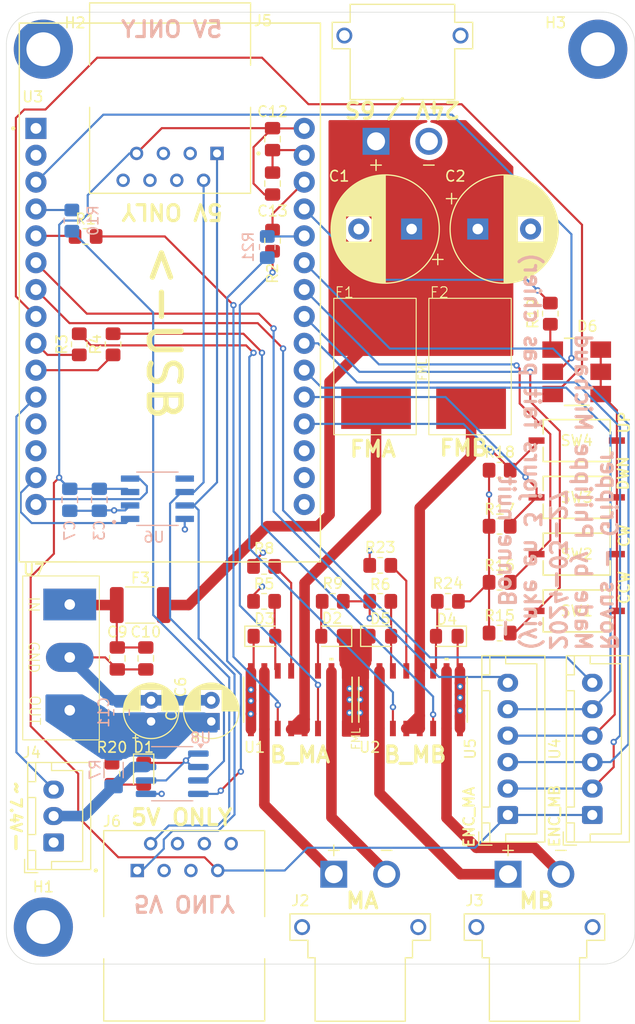
<source format=kicad_pcb>
(kicad_pcb (version 20240108) (generator "pcbnew") (generator_version "8.0")
  (layers (0 "F.Cu" mixed) (1 "In1.Cu" signal) (2 "In2.Cu" signal) (31 "B.Cu" mixed) (34 "B.Paste" user) (35 "F.Paste" user) (36 "B.SilkS" user "B.Silkscreen") (37 "F.SilkS" user "F.Silkscreen") (38 "B.Mask" user) (39 "F.Mask" user) (44 "Edge.Cuts" user))
  (net 0 "")
  (net 1 "GND")
  (net 2 "+24V")
  (net 3 "+5V")
  (net 4 "MA+")
  (net 5 "MB+")
  (net 6 "Net-(U7-V_{IN})")
  (net 7 "+7.4V")
  (net 8 "MA-")
  (net 9 "MB-")
  (net 10 "SERVO_PWM")
  (net 11 "CANH")
  (net 12 "CANL")
  (net 13 "LED_B")
  (net 14 "Net-(LED1-Pad1)")
  (net 15 "LED_G")
  (net 16 "MA_S1")
  (net 17 "Net-(U1-INA)")
  (net 18 "MA_S2")
  (net 19 "Net-(U1-INB)")
  (net 20 "MB_S1")
  (net 21 "Net-(U2-INA)")
  (net 22 "MB_S2")
  (net 23 "Net-(U2-INB)")
  (net 24 "Net-(U1-CS)")
  (net 25 "Net-(U2-CS)")
  (net 26 "Net-(D2-A)")
  (net 27 "PB_POIGNET_FWD")
  (net 28 "PB_POIGNET_REV")
  (net 29 "PB_ROT_FWD")
  (net 30 "PB_ROT_REV")
  (net 31 "LED_R")
  (net 32 "RXC")
  (net 34 "SCK")
  (net 36 "MISO")
  (net 38 "CS_Rotation")
  (net 39 "MOSI")
  (net 40 "CS_Poignet")
  (net 41 "TXC")
  (net 45 "Net-(D1-A)")
  (net 46 "Net-(D3-A)")
  (net 47 "Net-(D4-A)")
  (net 48 "Net-(D5-A)")
  (net 49 "MA_24V")
  (net 50 "MB_24V")
  (net 51 "+3.3V")
  (net 52 "Net-(U3-D2)")
  (net 53 "SDA")
  (net 54 "Net-(U3-D14)")
  (net 55 "SCL")
  (net 56 "SERVO_POW")
  (footprint "Resistor_SMD:R_0805_2012Metric_Pad1.20x1.40mm_HandSolder" (layer "F.Cu") (at 24.5 37.2)
    (property "Reference" "R1")
    (property "Value" "1K" (hide yes))
  )
  (footprint "Capacitor_SMD:C_0805_2012Metric_Pad1.18x1.45mm_HandSolder" (layer "F.Cu") (at 42.2 28 -90)
    (property "Reference" "C12")
    (property "Value" "100nF" (hide yes))
  )
  (footprint "VNH5200ASTR_E:SO_200AS-E_STM" (layer "F.Cu") (at 55.5 81 90)
    (property "Reference" "U2")
    (property "Value" "VNH5200ASTR-E" (hide yes))
  )
  (footprint "Resistor_SMD:R_0805_2012Metric_Pad1.20x1.40mm_HandSolder" (layer "F.Cu") (at 63.7 64.6 180)
    (property "Reference" "R17")
    (property "Value" "3.3K" (hide yes))
  )
  (footprint "TS09_63_25_WT_160_SMT_TR:SW_TS09-63-25_CUD" (layer "F.Cu") (at 71 56.5 180)
    (property "Reference" "SW4")
    (property "Value" "TS09-63-25-WT-160-SMT-TR" (hide yes))
  )
  (footprint "TS09_63_25_WT_160_SMT_TR:SW_TS09-63-25_CUD" (layer "F.Cu") (at 71 61.8688 180)
    (property "Reference" "SW3")
    (property "Value" "TS09-63-25-WT-160-SMT-TR" (hide yes))
  )
  (footprint "Connector_JST:JST_XH_B6B-XH-A_1x06_P2.50mm_Vertical" (layer "F.Cu") (at 72.475 91.9 90)
    (property "Reference" "U4")
    (property "Value" "~" (hide yes))
  )
  (footprint "Resistor_SMD:R_0805_2012Metric_Pad1.20x1.40mm_HandSolder" (layer "F.Cu") (at 41.4 71.7 180)
    (property "Reference" "R8")
    (property "Value" "3.3K" (hide yes))
  )
  (footprint "Custom:REG_7.4V" (layer "F.Cu") (at 23 77 -90)
    (property "Reference" "U7")
    (property "Value" "~" (hide yes))
  )
  (footprint "Resistor_SMD:R_0805_2012Metric_Pad1.20x1.40mm_HandSolder" (layer "F.Cu") (at 27.1 47.4 90)
    (property "Reference" "R4")
    (property "Value" "1K" (hide yes))
  )
  (footprint "Resistor_SMD:R_0805_2012Metric_Pad1.20x1.40mm_HandSolder" (layer "F.Cu") (at 68.5 44.5 90)
    (property "Reference" "R19")
    (property "Value" "68" (hide yes))
  )
  (footprint "ESP32-DEVKIT-V1:MODULE_ESP32_DEVKIT_V1" (layer "F.Cu") (at 32.5 42.5)
    (property "Reference" "U3")
    (property "Value" "~" (hide yes))
  )
  (footprint "XT30PW-F:AMASS_XT30PW-F" (layer "F.Cu") (at 50.5 102.5 180)
    (property "Reference" "J2")
    (property "Value" "XT30PW-F" (hide yes))
  )
  (footprint "MountingHole:MountingHole_3.2mm_M3_DIN965_Pad_TopBottom" (layer "F.Cu") (at 20.5 102.5)
    (property "Reference" "H1")
    (property "Value" "MountingHole_Pad" (hide yes))
  )
  (footprint "LED_SMD:LED_0805_2012Metric_Pad1.15x1.40mm_HandSolder" (layer "F.Cu") (at 47.835 75 180)
    (property "Reference" "D2")
    (property "Value" "R" (hide yes))
  )
  (footprint "54601-908WPLF:AMPHENOL_54601-908WPLF" (layer "F.Cu") (at 33.8375 103.5)
    (property "Reference" "J6")
    (property "Value" "RJ45" (hide yes))
  )
  (footprint "LED_SMD:LED_0805_2012Metric_Pad1.15x1.40mm_HandSolder" (layer "F.Cu") (at 30 88 -90)
    (property "Reference" "D1")
    (property "Value" "LED GREEN" (hide yes))
  )
  (footprint "Resistor_SMD:R_0805_2012Metric_Pad1.20x1.40mm_HandSolder" (layer "F.Cu") (at 52.4 71.7 180)
    (property "Reference" "R6")
    (property "Value" "3.3K" (hide yes))
  )
  (footprint "Resistor_SMD:R_0805_2012Metric_Pad1.20x1.40mm_HandSolder" (layer "F.Cu") (at 63.7 59.3 180)
    (property "Reference" "R18")
    (property "Value" "3.3K" (hide yes))
  )
  (footprint "MountingHole:MountingHole_3.2mm_M3_DIN965_Pad_TopBottom" (layer "F.Cu") (at 73 19.5)
    (property "Reference" "H3")
    (property "Value" "MountingHole_Pad" (hide yes))
  )
  (footprint "Capacitor_SMD:C_0805_2012Metric_Pad1.18x1.45mm_HandSolder" (layer "F.Cu") (at 30.2 77.1 -90)
    (property "Reference" "C10")
    (property "Value" "10uF" (hide yes))
  )
  (footprint "LED_SMD:LED_0805_2012Metric_Pad1.15x1.40mm_HandSolder" (layer "F.Cu") (at 52.4 75)
    (property "Reference" "D5")
    (property "Value" "R" (hide yes))
  )
  (footprint "Resistor_SMD:R_0805_2012Metric_Pad1.20x1.40mm_HandSolder" (layer "F.Cu") (at 47.9 71.7 180)
    (property "Reference" "R9")
    (property "Value" "3.3K" (hide yes))
  )
  (footprint "Capacitor_THT:CP_Radial_D10.0mm_P5.00mm" (layer "F.Cu") (at 55.367677 36.5 180)
    (property "Reference" "C1")
    (property "Value" "470uf" (hide yes))
  )
  (footprint "Capacitor_SMD:C_0805_2012Metric_Pad1.18x1.45mm_HandSolder" (layer "F.Cu") (at 27.5 77.1 -90)
    (property "Reference" "C9")
    (property "Value" "100nf" (hide yes))
  )
  (footprint "TS09_63_25_WT_160_SMT_TR:SW_TS09-63-25_CUD" (layer "F.Cu") (at 71 67.2376 180)
    (property "Reference" "SW2")
    (property "Value" "TS09-63-25-WT-160-SMT-TR" (hide yes))
  )
  (footprint "Resistor_SMD:R_0805_2012Metric_Pad1.20x1.40mm_HandSolder" (layer "F.Cu") (at 58.8 71.7 180)
    (property "Reference" "R24")
    (property "Value" "3.3K" (hide yes))
  )
  (footprint "XT30PW-F:AMASS_XT30PW-F" (layer "F.Cu") (at 67 102.5 180)
    (property "Reference" "J3")
    (property "Value" "XT30PW-F" (hide yes))
  )
  (footprint "Resistor_SMD:R_0805_2012Metric_Pad1.20x1.40mm_HandSolder" (layer "F.Cu") (at 23.9 47.4 90)
    (property "Reference" "R3")
    (property "Value" "1K" (hide yes))
  )
  (footprint "Connector_JST:JST_XH_B6B-XH-A_1x06_P2.50mm_Vertical" (layer "F.Cu") (at 64.475 91.9 90)
    (property "Reference" "U5")
    (property "Value" "~" (hide yes))
  )
  (footprint "Capacitor_THT:CP_Radial_D5.0mm_P2.00mm" (layer "F.Cu") (at 36.4 83.055112 90)
    (property "Reference" "C8")
    (property "Value" "100uF" (hide yes))
  )
  (footprint "Resistor_SMD:R_0805_2012Metric_Pad1.20x1.40mm_HandSolder" (layer "F.Cu") (at 27 88 -90)
    (property "Reference" "R20")
    (property "Value" "1K" (hide yes))
  )
  (footprint "Custom:3425L200_60MR" (layer "F.Cu") (at 61 49.5 -90)
    (property "Reference" "F2")
    (property "Value" "4A" (hide yes))
  )
  (footprint "Capacitor_SMD:C_0805_2012Metric_Pad1.18x1.45mm_HandSolder" (layer "F.Cu") (at 42.2 32.2 90)
    (property "Reference" "C13")
    (property "Value" "10uF" (hide yes))
  )
  (footprint "Custom:3425L200_60MR" (layer "F.Cu") (at 52 49.5 -90)
    (property "Reference" "F1")
    (property "Value" "4A" (hide yes))
  )
  (footprint "LED_SMD:LED_0805_2012Metric_Pad1.15x1.40mm_HandSolder" (layer "F.Cu") (at 41.435 75)
    (property "Reference" "D3")
    (property "Value" "R" (hide yes))
  )
  (footprint "LED_SMD:LED_0805_2012Metric_Pad1.15x1.40mm_HandSolder" (layer "F.Cu") (at 58.7 75 180)
    (property "Reference" "D4")
    (property "Value" "R" (hide yes))
  )
  (footprint "CLP6C-FKB-CKNPRGJBB7A363:CLP6C-FKB-CKNPRGJBB7A363_CRE" (layer "F.Cu") (at 71 50)
    (property "Reference" "D6")
    (property "Value" "CLP6C-FKB-CKNPRGJBB7A363" (hide yes))
  )
  (footprint "Connector_JST:JST_XH_B3B-XH-A_1x03_P2.50mm_Vertical" (layer "F.Cu") (at 21.475 94.5 90)
    (property "Reference" "J4")
    (property "Value" "B3B-XH-A_LF__SN_" (hide yes))
  )
  (footprint "TS09_63_25_WT_160_SMT_TR:SW_TS09-63-25_CUD" (layer "F.Cu") (at 71 72.6064 180)
    (property "Reference" "SW1")
    (property "Value" "TS09-63-25-WT-160-SMT-TR" (hide yes))
  )
  (footprint "XT30PW-M:AMASS_XT30PW-M" (layer "F.Cu") (at 54.5 18.20575)
    (property "Reference" "J1")
    (property "Value" "XT30PW-M" (hide yes))
  )
  (footprint "Capacitor_THT:CP_Radial_D10.0mm_P5.00mm" (layer "F.Cu") (at 61.632323 36.5)
    (property "Reference" "C2")
    (property "Value" "470uf" (hide yes))
  )
  (footprint "Capacitor_THT:CP_Radial_D5.0mm_P2.00mm" (layer "F.Cu") (at 30.7 83.055112 90)
    (property "Reference" "C6")
    (property "Value" "100uF" (hide yes))
  )
  (footprint "MountingHole:MountingHole_3.2mm_M3_DIN965_Pad_TopBottom" (layer "F.Cu") (at 20.5 19.5)
    (property "Reference" "H2")
    (property "Value" "MountingHole_Pad" (hide yes))
  )
  (footprint "Resistor_SMD:R_0805_2012Metric_Pad1.20x1.40mm_HandSolder" (layer "F.Cu") (at 63.7 74.7)
    (property "Reference" "R15")
    (property "Value" "3.3K" (hide yes))
  )
  (footprint "VNH5200ASTR_E:SO_200AS-E_STM" (layer "F.Cu") (at 44.6 81 90)
    (property "Reference" "U1")
    (property "Value" "VNH5200ASTR-E" (hide yes))
  )
  (footprint "Resistor_SMD:R_0805_2012Metric_Pad1.20x1.40mm_HandSolder" (layer "F.Cu") (at 52.4 68.3 180)
    (property "Reference" "R23")
    (property "Value" "1K" (hide yes))
  )
  (footprint "54601-908WPLF:AMPHENOL_54601-908WPLF" (layer "F.Cu") (at 32.5 23 180)
    (property "Reference" "J5")
    (property "Value" "RJ45" (hide yes))
  )
  (footprint "Resistor_SMD:R_0805_2012Metric_Pad1.20x1.40mm_HandSolder" (layer "F.Cu") (at 63.7 69.9 180)
    (property "Reference" "R16")
    (property "Value" "3.3K" (hide yes))
  )
  (footprint "Resistor_SMD:R_0805_2012Metric_Pad1.20x1.40mm_HandSolder" (layer "F.Cu") (at 42.2 37.6 -90)
    (property "Reference" "R2")
    (property "Value" "1K" (hide yes))
  )
  (footprint "Resistor_SMD:R_0805_2012Metric_Pad1.20x1.40mm_HandSolder" (layer "F.Cu") (at 41.4 68.4 180)
    (property "Reference" "R5")
    (property "Value" "1K" (hide yes))
  )
  (footprint "Fuse:Fuse_1812_4532Metric_Pad1.30x3.40mm_HandSolder" (layer "F.Cu") (at 29.675 72.05 180)
    (property "Reference" "F3")
    (property "Value" "1.5A" (hide yes))
  )
  (footprint "TJA1050T_CM_118:SOIC127P600X175-8N" (layer "B.Cu") (at 31.3 62)
    (property "Reference" "U6")
    (property "Value" "TJA1050T_CM_118" (hide yes))
  )
  (footprint "Resistor_SMD:R_0805_2012Metric_Pad1.20x1.40mm_HandSolder" (layer "B.Cu") (at 23.2 35.7 90)
    (property "Reference" "R10")
    (property "Value" "0" (hide yes))
  )
  (footprint "Resistor_SMD:R_0805_2012Metric_Pad1.20x1.40mm_HandSolder" (layer "B.Cu") (at 41.7 38.2 90)
    (property "Reference" "R21")
    (property "Value" "0" (hide yes))
  )
  (footprint "Resistor_SMD:R_1206_3216Metric_Pad1.30x1.75mm_HandSolder" (layer "B.Cu") (at 27.15 87.65 90)
    (property "Reference" "R7")
    (property "Value" "0.010" (hide yes))
  )
  (footprint "Capacitor_SMD:C_0805_2012Metric_Pad1.18x1.45mm_HandSolder" (layer "B.Cu") (at 27.9 82.2 -90)
    (property "Reference" "C11")
    (property "Value" "100nF" (hide yes))
  )
  (footprint "Capacitor_SMD:C_0805_2012Metric_Pad1.18x1.45mm_HandSolder" (layer "B.Cu") (at 25.8 62.1 -90)
    (property "Reference" "C3")
    (property "Value" "100nf" (hide yes))
  )
  (footprint "Capacitor_SMD:C_0805_2012Metric_Pad1.18x1.45mm_HandSolder" (layer "B.Cu") (at 23 62.1 -90)
    (property "Reference" "C7")
    (property "Value" "10uF" (hide yes))
  )
  (footprint "Package_SO:SOIC-8_3.9x4.9mm_P1.27mm" (layer "B.Cu") (at 32.7 88 180)
    (property "Reference" "U8")
    (property "Value" "INA219AxD" (hide yes))
  )
  (gr_arc (start 20 106) (mid 17.87868 105.12132) (end 17 103) (stroke (width 0.05)) (layer "Edge.Cuts"))
  (gr_line (start 17 19) (end 17 103) (stroke (width 0.05)) (layer "Edge.Cuts"))
  (gr_line (start 20 106) (end 73.5 106) (stroke (width 0.05)) (layer "Edge.Cuts"))
  (gr_arc (start 17 19) (mid 17.87868 16.87868) (end 20 16) (stroke (width 0.05)) (layer "Edge.Cuts"))
  (gr_arc (start 73.5 16) (mid 75.62132 16.87868) (end 76.5 19) (stroke (width 0.05)) (layer "Edge.Cuts"))
  (gr_line (start 76.5 103) (end 76.5 19) (stroke (width 0.05)) (layer "Edge.Cuts"))
  (gr_line (start 73.5 16) (end 20 16) (stroke (width 0.05)) (layer "Edge.Cuts"))
  (gr_arc (start 76.5 103) (mid 75.62132 105.12132) (end 73.5 106) (stroke (width 0.05)) (layer "Edge.Cuts"))
  (gr_text "Rovus - Gripper\nMade by Philippe Michaud\n2024-03-27\n(yinke en 3 jours fait pas chier)\n - Bonne nuit" (at 69.2 76.5 270) (layer "B.SilkS") (effects (font (size 1.5 1.5) (thickness 0.3) (bold yes)) (justify left mirror)))
  (gr_text "5V ONLY" (at 28.9 99.4 180) (layer "B.SilkS") (effects (font (size 1.5 1.5) (thickness 0.3) (bold yes)) (justify left bottom mirror)))
  (gr_text "5V ONLY" (at 37.6 18.5 0) (layer "B.SilkS") (effects (font (size 1.5 1.5) (thickness 0.3) (bold yes)) (justify left bottom mirror)))
  (gr_text "FML" (at 56.4 49.8 90) (layer "F.SilkS") (effects (font (size 0.8 0.75) (thickness 0.1) (bold yes))))
  (gr_text "CCW" (at 75.5 70.4 90) (layer "F.SilkS") (effects (font (size 1 1) (thickness 0.1875) (bold yes))))
  (gr_text "CW" (at 75.5 65.5 90) (layer "F.SilkS") (effects (font (size 1 1) (thickness 0.1875) (bold yes))))
  (gr_text "DWN" (at 75.4 59.6 90) (layer "F.SilkS") (effects (font (size 1 1) (thickness 0.1875) (bold yes))))
  (gr_text "<-USB " (at 31.9 47.4 270) (layer "F.SilkS") (effects (font (size 3 3) (thickness 0.5) (bold yes))))
  (gr_text "5V ONLY" (at 32.7 34 180) (layer "F.SilkS") (effects (font (size 1.5 1.5) (thickness 0.3) (bold yes)) (justify bottom)))
  (gr_text "24V / 6S" (at 54.5 25.2 180) (layer "F.SilkS") (effects (font (size 1.5 1.5) (thickness 0.3) (bold yes))))
  (gr_text "MA" (at 50.7 100 0) (layer "F.SilkS") (effects (font (size 1.5 1.5) (thickness 0.3) (bold yes))))
  (gr_text "-" (at 17.8 94.5 90) (layer "F.SilkS") (effects (font (size 1.5 1.5) (thickness 0.3) (bold yes))))
  (gr_text "MB\n" (at 67.2 100 0) (layer "F.SilkS") (effects (font (size 1.5 1.5) (thickness 0.3) (bold yes))))
  (gr_text "ENC_MA" (at 60.8 92.1 90) (layer "F.SilkS") (effects (font (size 1 1) (thickness 0.1875) (bold yes))))
  (gr_text "UP" (at 75.5 54.8 90) (layer "F.SilkS") (effects (font (size 1 1) (thickness 0.1875) (bold yes))))
  (gr_text "ENC_MB" (at 68.9 92 90) (layer "F.SilkS") (effects (font (size 1 1) (thickness 0.1875) (bold yes))))
  (gr_text "FMA" (at 51.7 57.3 0) (layer "F.SilkS") (effects (font (size 1.5 1.5) (thickness 0.3) (bold yes))))
  (gr_text "7.4V" (at 17.9 91.9 270) (layer "F.SilkS") (effects (font (size 1 1) (thickness 0.25) (bold yes))))
  (gr_text "5V ONLY" (at 33.6 93 0) (layer "F.SilkS") (effects (font (size 1.5 1.5) (thickness 0.3) (bold yes)) (justify bottom)))
  (gr_text "B_MA" (at 44.8 86.2 0) (layer "F.SilkS") (effects (font (size 1.5 1.5) (thickness 0.3) (bold yes))))
  (gr_text "B_MB" (at 55.7 86.2 0) (layer "F.SilkS") (effects (font (size 1.5 1.5) (thickness 0.3) (bold yes))))
  (gr_text "FML" (at 50.1 84.7 90) (layer "F.SilkS") (effects (font (size 0.8 0.75) (thickness 0.1) (bold yes))))
  (gr_text "FMB" (at 60.3 57.2 0) (layer "F.SilkS") (effects (font (size 1.5 1.5) (thickness 0.3) (bold yes))))
  (gr_text "~" (at 17.9 89.3 90) (layer "F.SilkS") (effects (font (size 1.5 1.5) (thickness 0.3) (bold yes))))
  (segment (start 59.95 82.55) (end 59.945 82.545) (width 1) (layer "F.Cu") (net 1))
  (segment (start 73.2733 52.099998) (end 73.2733 50) (width 0.2) (layer "F.Cu") (net 1))
  (segment (start 42.2 29.0375) (end 44.7125 29.0375) (width 0.2) (layer "F.Cu") (net 1))
  (segment (start 59.945 80.495) (end 59.945 79.455) (width 1) (layer "F.Cu") (net 1))
  (segment (start 40.152798 81.107795) (end 40.155 81.109997) (width 1) (layer "F.Cu") (net 1))
  (segment (start 59.945 81.555) (end 59.95 81.55) (width 1) (layer "F.Cu") (net 1))
  (segment (start 59.945 81.7) (end 59.945 81.555) (width 1) (layer "F.Cu") (net 1))
  (segment (start 40.4 68) (end 41.3 67.1) (width 0.2) (layer "F.Cu") (net 1))
  (segment (start 33.775 86.975) (end 34 86.75) (width 0.2) (layer "F.Cu") (net 1))
  (segment (start 49.045 78.27585) (end 49.045 78.35) (width 0.2) (layer "F.Cu") (net 1))
  (segment (start 74.80365 53.630348) (end 73.2733 52.099998) (width 0.2) (layer "F.Cu") (net 1))
  (segment (start 30.2 78.1375) (end 27.5 78.1375) (width 0.2) (layer "F.Cu") (net 1))
  (segment (start 59.95 79.45) (end 59.945 79.445) (width 1) (layer "F.Cu") (net 1))
  (segment (start 40.4 68.4) (end 40.4 68) (width 0.2) (layer "F.Cu") (net 1))
  (segment (start 74.6 72.81005) (end 74.80365 72.6064) (width 0.2) (layer "F.Cu") (net 1))
  (segment (start 40.155 81) (end 40.155 81.105593) (width 1) (layer "F.Cu") (net 1))
  (segment (start 72.475 84.4) (end 72.6 84.4) (width 0.2) (layer "F.Cu") (net 1))
  (segment (start 40.155 80.058876) (end 40.152798 80.061078) (width 1) (layer "F.Cu") (net 1))
  (segment (start 40.41 75) (end 40.41 78.095) (width 0.2) (layer "F.Cu") (net 1))
  (segment (start 59.945 80.495) (end 59.945 81.545) (width 1) (layer "F.Cu") (net 1))
  (segment (start 59.945 79.395) (end 59.945 78.27585) (width 1) (layer "F.Cu") (net 1))
  (segment (start 44.7125 29.0375) (end 45.2 29.525) (width 0.2) (layer "F.Cu") (net 1))
  (segment (start 40.155 80.06328) (end 40.155 81) (width 1) (layer "F.Cu") (net 1))
  (segment (start 59.725 75) (end 59.725 78.05585) (width 0.2) (layer "F.Cu") (net 1))
  (segment (start 72.6 84.4) (end 74.6 82.4) (width 0.2) (layer "F.Cu") (net 1))
  (segment (start 40.155 82.327933) (end 40.138748 82.344185) (width 1) (layer "F.Cu") (net 1))
  (segment (start 59.945 82.745) (end 59.945 82.555) (width 1) (layer "F.Cu") (net 1))
  (segment (start 40.155 82.360437) (end 40.155 83.7983) (width 1) (layer "F.Cu") (net 1))
  (segment (start 59.945 79.445) (end 59.945 79.395) (width 1) (layer "F.Cu") (net 1))
  (segment (start 73.2733 50) (end 73.2733 47.899999) (width 0.2) (layer "F.Cu") (net 1))
  (segment (start 59.725 78.05585) (end 59.945 78.27585) (width 0.2) (layer "F.Cu") (net 1))
  (segment (start 40.155 81.105593) (end 40.152798 81.107795) (width 1) (layer "F.Cu") (net 1))
  (segment (start 48.86 78.09085) (end 49.045 78.27585) (width 0.2) (layer "F.Cu") (net 1))
  (segment (start 74.80365 61.8688) (end 74.80365 56.5) (width 0.2) (layer "F.Cu") (net 1))
  (segment (start 59.945 82.745) (end 59.945 83.72415) (width 1) (layer "F.Cu") (net 1))
  (segment (start 23 77) (end 26.3625 77) (width 0.2) (layer "F.Cu") (net 1))
  (segment (start 40.155 81.109997) (end 40.155 82.327933) (width 1) (layer "F.Cu") (net 1))
  (segment (start 42.2 31.1625) (end 42.2 29.0375) (width 0.2) (layer "F.Cu") (net 1))
  (segment (start 59.945 82.545) (end 59.945 81.7) (width 1) (layer "F.Cu") (net 1))
  (segment (start 59.945 79.455) (end 59.95 79.45) (width 1) (layer "F.Cu") (net 1))
  (segment (start 74.6 82.4) (end 74.6 72.81005) (width 0.2) (layer "F.Cu") (net 1))
  (segment (start 30 86.975) (end 33.775 86.975) (width 0.2) (layer "F.Cu") (net 1))
  (segment (start 40.152798 80.061078) (end 40.155 80.06328) (width 1) (layer "F.Cu") (net 1))
  (segment (start 74.80365 67.2376) (end 74.80365 61.8688) (width 0.2) (layer "F.Cu") (net 1))
  (segment (start 74.80365 56.5) (end 74.80365 53.630348) (width 0.2) (layer "F.Cu") (net 1))
  (segment (start 26.3625 77) (end 27.5 78.1375) (width 0.2) (layer "F.Cu") (net 1))
  (segment (start 59.945 81.545) (end 59.95 81.55) (width 1) (layer "F.Cu") (net 1))
  (segment (start 51.4 68.3) (end 51.4 66.9) (width 0.2) (layer "F.Cu") (net 1))
  (segment (start 74.80365 72.6064) (end 74.80365 67.2376) (width 0.2) (layer "F.Cu") (net 1))
  (segment (start 40.155 78.35) (end 40.155 80.058876) (width 1) (layer "F.Cu") (net 1))
  (segment (start 40.41 78.095) (end 40.155 78.35) (width 0.2) (layer "F.Cu") (net 1))
  (segment (start 59.945 82.555) (end 59.95 82.55) (width 1) (layer "F.Cu") (net 1))
  (segment (start 40.138748 82.344185) (end 40.155 82.360437) (width 1) (layer "F.Cu") (net 1))
  (via (at 49.5 81) (size 0.6) (drill 0.3) (layers "F.Cu" "B.Cu") (net 1))
  (via (at 59.944646 82.03864) (size 0.6) (drill 0.3) (layers "F.Cu" "B.Cu") (net 1))
  (via (at 50.5 79.953283) (size 0.6) (drill 0.3) (layers "F.Cu" "B.Cu") (net 1))
  (via (at 49.5 79.953283) (size 0.6) (drill 0.3) (layers "F.Cu" "B.Cu") (net 1))
  (via (at 34 86.75) (size 0.6) (drill 0.3) (layers "F.Cu" "B.Cu") (net 1))
  (via (at 49.48595 82.23639) (size 0.6) (drill 0.3) (layers "F.Cu" "B.Cu") (net 1))
  (via (at 50.48595 82.23639) (size 0.6) (drill 0.3) (layers "F.Cu" "B.Cu") (net 1))
  (via (at 40.152798 80.061078) (size 0.6) (drill 0.3) (layers "F.Cu" "B.Cu") (net 1))
  (via (at 50.5 81) (size 0.6) (drill 0.3) (layers "F.Cu" "B.Cu") (net 1))
  (via (at 33.9 64.9) (size 0.6) (drill 0.3) (layers "F.Cu" "B.Cu") (net 1))
  (via (at 40.138748 82.344185) (size 0.6) (drill 0.3) (layers "F.Cu" "B.Cu") (net 1))
  (via (at 59.958696 80.80225) (size 0.6) (drill 0.3) (layers "F.Cu" "B.Cu") (net 1))
  (via (at 27.2 63.1) (size 0.6) (drill 0.3) (layers "F.Cu" "B.Cu") (net 1))
  (via (at 40.152798 81.107795) (size 0.6) (drill 0.3) (layers "F.Cu" "B.Cu") (net 1))
  (via (at 41.3 67.1) (size 0.6) (drill 0.3) (layers "F.Cu" "B.Cu") (net 1))
  (via (at 51.4 66.9) (size 0.6) (drill 0.3) (layers "F.Cu" "B.Cu") (net 1))
  (via (at 59.958696 79.755533) (size 0.6) (drill 0.3) (layers "F.Cu" "B.Cu") (net 1))
  (segment (start 64.475 84.4) (end 72.475 84.4) (width 0.2) (layer "B.Cu") (net 1))
  (segment (start 36.4 81.055112) (end 27.055112 81.055112) (width 1) (layer "B.Cu") (net 1))
  (segment (start 33.885 63.905) (end 33.885 64.885) (width 0.2) (layer "B.Cu") (net 1))
  (segment (start 34.615 87.365) (end 34 86.75) (width 0.2) (layer "B.Cu") (net 1))
  (segment (start 32.115 88.635) (end 34 86.75) (width 0.2) (layer "B.Cu") (net 1))
  (segment (start 23 63.1375) (end 25.8 63.1375) (width 0.2) (layer "B.Cu") (net 1))
  (segment (start 25.8 63.1375) (end 25.8375 63.1) (width 0.2) (layer "B.Cu") (net 1))
  (segment (start 28.25 63.1) (end 28.715 62.635) (width 0.2) (layer "B.Cu") (net 1))
  (segment (start 34.655 86.095) (end 34 86.75) (width 0.2) (layer "B.Cu") (net 1))
  (segment (start 33.885 64.885) (end 33.9 64.9) (width 0.2) (layer "B.Cu") (net 1))
  (segment (start 25.8375 63.1) (end 28.25 63.1) (width 0.2) (layer "B.Cu") (net 1))
  (segment (start 30.225 88.635) (end 32.115 88.635) (width 0.2) (layer "B.Cu") (net 1))
  (segment (start 27.055112 81.055112) (end 23 77) (width 1) (layer "B.Cu") (net 1))
  (segment (start 35.175 86.095) (end 34.655 86.095) (width 0.2) (layer "B.Cu") (net 1))
  (segment (start 35.175 87.365) (end 34.615 87.365) (width 0.2) (layer "B.Cu") (net 1))
  (segment (start 47.6 50.95) (end 47.6 63.5) (width 1) (layer "F.Cu") (net 2))
  (segment (start 41.7 64.6) (end 34.25 72.05) (width 1) (layer "F.Cu") (net 2))
  (segment (start 52 46.55) (end 47.6 50.95) (width 1) (layer "F.Cu") (net 2))
  (segment (start 34.25 72.05) (end 31.9 72.05) (width 1) (layer "F.Cu") (net 2))
  (segment (start 46.5 64.6) (end 41.7 64.6) (width 1) (layer "F.Cu") (net 2))
  (segment (start 47.6 63.5) (end 46.5 64.6) (width 1) (layer "F.Cu") (net 2))
  (segment (start 52 45.6) (end 52 46.55) (width 1) (layer "F.Cu") (net 2))
  (segment (start 31.7125 26.9625) (end 29.325 29.35) (width 0.2) (layer "F.Cu") (net 3))
  (segment (start 41.4375 33.2375) (end 40.4 32.2) (width 0.2) (layer "F.Cu") (net 3))
  (segment (start 19.3 83.5) (end 23.8 88) (width 0.2) (layer "F.Cu") (net 3))
  (segment (start 21.5 67.2) (end 19.3 69.4) (width 0.2) (layer "F.Cu") (net 3))
  (segment (start 21.5 60.5) (end 21.5 67.2) (width 0.2) (layer "F.Cu") (net 3))
  (segment (start 40.4 28.7625) (end 42.2 26.9625) (width 0.2) (layer "F.Cu") (net 3))
  (segment (start 35.7625 95.9) (end 37.0125 97.15) (width 0.2) (layer "F.Cu") (net 3))
  (segment (start 40.4 32.2) (end 40.4 28.7625) (width 0.2) (layer "F.Cu") (net 3))
  (segment (start 27.6 95.9) (end 35.7625 95.9) (width 0.2) (layer "F.Cu") (net 3))
  (segment (start 22 60) (end 21.5 60.5) (width 0.2) (layer "F.Cu") (net 3))
  (segment (start 42.2 26.9625) (end 31.7125 26.9625) (width 0.2) (layer "F.Cu") (net 3))
  (segment (start 42.2 33.2375) (end 41.4375 33.2375) (width 0.2) (layer "F.Cu") (net 3))
  (segment (start 23.8 92.1) (end 27.6 95.9) (width 0.2) (layer "F.Cu") (net 3))
  (segment (start 19.3 69.4) (end 19.3 83.5) (width 0.2) (layer "F.Cu") (net 3))
  (segment (start 45.2 26.985) (end 42.2225 26.985) (width 0.2) (layer "F.Cu") (net 3))
  (segment (start 23.8 88) (end 23.8 92.1) (width 0.2) (layer "F.Cu") (net 3))
  (segment (start 42.2225 26.985) (end 42.2 26.9625) (width 0.2) (layer "F.Cu") (net 3))
  (via (at 22 60) (size 0.6) (drill 0.3) (layers "F.Cu" "B.Cu") (net 3))
  (segment (start 28.65 29.35) (end 29.325 29.35) (width 0.2) (layer "B.Cu") (net 3))
  (segment (start 25.8 61.0625) (end 28.4125 61.0625) (width 0.2) (layer "B.Cu") (net 3))
  (segment (start 24.7 35.1) (end 24.7 33.3) (width 0.2) (layer "B.Cu") (net 3))
  (segment (start 43.35 97.15) (end 45.5 95) (width 0.2) (layer "B.Cu") (net 3))
  (segment (start 28.4125 61.0625) (end 28.715 61.365) (width 0.2) (layer "B.Cu") (net 3))
  (segment (start 22 36.1) (end 22.4 35.7) (width 0.2) (layer "B.Cu") (net 3))
  (segment (start 24.1 35.7) (end 24.7 35.1) (width 0.2) (layer "B.Cu") (net 3))
  (segment (start 22 60) (end 22 36.1) (width 0.2) (layer "B.Cu") (net 3))
  (segment (start 23 61.0625) (end 22 60.0625) (width 0.2) (layer "B.Cu") (net 3))
  (segment (start 22.4 35.7) (end 24.1 35.7) (width 0.2) (layer "B.Cu") (net 3))
  (segment (start 23 61.0625) (end 25.8 61.0625) (width 0.2) (layer "B.Cu") (net 3))
  (segment (start 22 60.0625) (end 22 60) (width 0.2) (layer "B.Cu") (net 3))
  (segment (start 37.0125 97.15) (end 43.35 97.15) (width 0.2) (layer "B.Cu") (net 3))
  (segment (start 45.5 95) (end 61.375 95) (width 0.2) (layer "B.Cu") (net 3))
  (segment (start 24.7 33.3) (end 28.65 29.35) (width 0.2) (layer "B.Cu") (net 3))
  (segment (start 61.375 95) (end 64.475 91.9) (width 0.2) (layer "B.Cu") (net 3))
  (segment (start 64.475 91.9) (end 72.475 91.9) (width 0.2) (layer "B.Cu") (net 3))
  (segment (start 41.425 83.7983) (end 41.425 90.925) (width 1) (layer "F.Cu") (net 4))
  (segment (start 41.425 90.925) (end 48 97.5) (width 1) (layer "F.Cu") (net 4))
  (segment (start 41.425 78.35) (end 41.425 83.7983) (width 1) (layer "F.Cu") (net 4))
  (segment (start 48 97.5) (end 48.1625 97.5) (width 1) (layer "F.Cu") (net 4))
  (segment (start 52.325 89.825) (end 60 97.5) (width 1) (layer "F.Cu") (net 5))
  (segment (start 52.325 83.72415) (end 52.325 89.825) (width 1) (layer "F.Cu") (net 5))
  (segment (start 60 97.5) (end 64.5 97.5) (width 1) (layer "F.Cu") (net 5))
  (segment (start 52.325 78.27585) (end 52.325 83.72415) (width 1) (layer "F.Cu") (net 5))
  (segment (start 27.45 72.05) (end 23.05 72.05) (width 1) (layer "F.Cu") (net 6))
  (segment (start 27.45 76.0125) (end 27.45 72.05) (width 0.2) (layer "F.Cu") (net 6))
  (segment (start 27.5 76.0625) (end 27.45 76.0125) (width 0.2) (layer "F.Cu") (net 6))
  (segment (start 23.05 72.05) (end 23 72) (width 1) (layer "F.Cu") (net 6))
  (segment (start 30.2 76.0625) (end 27.5 76.0625) (width 0.2) (layer "F.Cu") (net 6))
  (segment (start 23 82) (end 23 83) (width 0.2) (layer "F.Cu") (net 7))
  (segment (start 23 83) (end 27 87) (width 0.2) (layer "F.Cu") (net 7))
  (segment (start 23 82) (end 23.05 82) (width 1) (layer "B.Cu") (net 7))
  (segment (start 23 82) (end 24.055112 83.055112) (width 1) (layer "B.Cu") (net 7))
  (segment (start 47.775 83.7983) (end 47.775 92.1125) (width 1) (layer "F.Cu") (net 8))
  (segment (start 47.775 92.1125) (end 53.1625 97.5) (width 1) (layer "F.Cu") (net 8))
  (segment (start 47.775 78.35) (end 47.775 83.7983) (width 1) (layer "F.Cu") (net 8))
  (segment (start 61.5 95) (end 67 95) (width 1) (layer "F.Cu") (net 9))
  (segment (start 67 95) (end 69.5 97.5) (width 1) (layer "F.Cu") (net 9))
  (segment (start 58.675 92.175) (end 61.5 95) (width 1) (layer "F.Cu") (net 9))
  (segment (start 58.675 78.27585) (end 58.675 83.72415) (width 1) (layer "F.Cu") (net 9))
  (segment (start 58.675 83.72415) (end 58.675 92.175) (width 1) (layer "F.Cu") (net 9))
  (segment (start 19.8 52.385) (end 17.95 54.235) (width 0.2) (layer "B.Cu") (net 10))
  (segment (start 17.95 85.975) (end 21.475 89.5) (width 0.2) (layer "B.Cu") (net 10))
  (segment (start 17.95 54.235) (end 17.95 85.975) (width 0.2) (layer "B.Cu") (net 10))
  (segment (start 38.6 78.6) (end 38.6 91.865685) (width 0.2) (layer "B.Cu") (net 11))
  (segment (start 32.719093 93.4) (end 31.9 94.219093) (width 0.2) (layer "B.Cu") (net 11))
  (segment (start 31.9 95.1) (end 29.85 97.15) (width 0.2) (layer "B.Cu") (net 11))
  (segment (start 38.6 91.865685) (end 37.065685 93.4) (width 0.2) (layer "B.Cu") (net 11))
  (segment (start 35.2 75.2) (end 38.6 78.6) (width 0.2) (layer "B.Cu") (net 11))
  (segment (start 33.885 62.635) (end 34.759999 62.635) (width 0.2) (layer "B.Cu") (net 11))
  (segment (start 35.2 63.075001) (end 35.2 75.2) (width 0.2) (layer "B.Cu") (net 11))
  (segment (start 34.759999 62.635) (end 35.2 63.075001) (width 0.2) (layer "B.Cu") (net 11))
  (segment (start 36.945 60.449999) (end 34.759999 62.635) (width 0.2) (layer "B.Cu") (net 11))
  (segment (start 29.85 97.15) (end 29.3925 97.15) (width 0.2) (layer "B.Cu") (net 11))
  (segment (start 36.945 29.35) (end 36.945 60.449999) (width 0.2) (layer "B.Cu") (net 11))
  (segment (start 37.065685 93.4) (end 32.719093 93.4) (width 0.2) (layer "B.Cu") (net 11))
  (segment (start 31.9 94.219093) (end 31.9 95.1) (width 0.2) (layer "B.Cu") (net 11))
  (segment (start 32.5 73.3) (end 38.1 78.9) (width 0.2) (layer "B.Cu") (net 12))
  (segment (start 38.1 78.9) (end 38.1 91.8) (width 0.2) (layer "B.Cu") (net 12))
  (segment (start 34.759999 61.365) (end 35.675 60.449999) (width 0.2) (layer "B.Cu") (net 12))
  (segment (start 33.885 61.365) (end 33.583784 61.365) (width 0.2) (layer "B.Cu") (net 12))
  (segment (start 32.3725 92.9) (end 30.6625 94.61) (width 0.2) (layer "B.Cu") (net 12))
  (segment (start 32.5 62.448784) (end 32.5 73.3) (width 0.2) (layer "B.Cu") (net 12))
  (segment (start 38.1 91.8) (end 37 92.9) (width 0.2) (layer "B.Cu") (net 12))
  (segment (start 37 92.9) (end 32.3725 92.9) (width 0.2) (layer "B.Cu") (net 12))
  (segment (start 33.583784 61.365) (end 32.5 62.448784) (width 0.2) (layer "B.Cu") (net 12))
  (segment (start 33.885 61.365) (end 34.759999 61.365) (width 0.2) (layer "B.Cu") (net 12))
  (segment (start 35.675 60.449999) (end 35.675 31.89) (width 0.2) (layer "B.Cu") (net 12))
  (segment (start 41.2 20.3) (end 25.6 20.3) (width 0.2) (layer "F.Cu") (net 13))
  (segment (start 45.6 24.7) (end 41.2 20.3) (width 0.2) (layer "F.Cu") (net 13))
  (segment (start 25.6 20.3) (end 20.7 25.2) (width 0.2) (layer "F.Cu") (net 13))
  (segment (start 68.7267 52.100001) (end 68.9299 52.100001) (width 0.2) (layer "F.Cu") (net 13))
  (segment (start 17.9 26) (end 17.9 42.865) (width 0.2) (layer "F.Cu") (net 13))
  (segment (start 18.7 25.2) (end 17.9 26) (width 0.2) (layer "F.Cu") (net 13))
  (segment (start 71.5 36.1) (end 60.1 24.7) (width 0.2) (layer "F.Cu") (net 13))
  (segment (start 17.9 42.865) (end 19.8 44.765) (width 0.2) (layer "F.Cu") (net 13))
  (segment (start 60.1 24.7) (end 45.6 24.7) (width 0.2) (layer "F.Cu") (net 13))
  (segment (start 20.7 25.2) (end 18.7 25.2) (width 0.2) (layer "F.Cu") (net 13))
  (segment (start 68.9299 52.100001) (end 71.5 49.529901) (width 0.2) (layer "F.Cu") (net 13))
  (segment (start 71.5 49.529901) (end 71.5 36.1) (width 0.2) (layer "F.Cu") (net 13))
  (segment (start 68.5 47.673302) (end 68.7267 47.900002) (width 0.2) (layer "F.Cu") (net 14))
  (segment (start 68.5 45.5) (end 68.5 47.673302) (width 0.2) (layer "F.Cu") (net 14))
  (segment (start 69.2 50) (end 68.7267 50) (width 0.2) (layer "F.Cu") (net 15))
  (segment (start 70.5 48.7) (end 69.2 50) (width 0.2) (layer "F.Cu") (net 15))
  (via (at 70.5 48.7) (size 0.6) (drill 0.3) (layers "F.Cu" "B.Cu") (net 15))
  (segment (start 70.5 37) (end 70.5 48.7) (width 0.2) (layer "B.Cu") (net 15))
  (segment (start 26.18 25.685) (end 59.185 25.685) (width 0.2) (layer "B.Cu") (net 15))
  (segment (start 59.185 25.685) (end 70.5 37) (width 0.2) (layer "B.Cu") (net 15))
  (segment (start 19.8 32.065) (end 26.18 25.685) (width 0.2) (layer "B.Cu") (net 15))
  (segment (start 19.8 37.145) (end 23.445 37.145) (width 0.2) (layer "F.Cu") (net 16))
  (segment (start 23.445 37.145) (end 23.5 37.2) (width 0.2) (layer "F.Cu") (net 16))
  (segment (start 38.5 43.7) (end 32 37.2) (width 0.2) (layer "F.Cu") (net 17))
  (segment (start 32 37.2) (end 25.5 37.2) (width 0.2) (layer "F.Cu") (net 17))
  (segment (start 42.695 81.505) (end 42.7 81.5) (width 0.2) (layer "F.Cu") (net 17))
  (segment (start 42.695 83.72415) (end 42.695 81.505) (width 0.2) (layer "F.Cu") (net 17))
  (via (at 42.7 81.5) (size 0.6) (drill 0.3) (layers "F.Cu" "B.Cu") (net 17))
  (via (at 38.5 43.7) (size 0.6) (drill 0.3) (layers "F.Cu" "B.Cu") (net 17))
  (segment (start 42.7 81.146471) (end 38.5 76.946471) (width 0.2) (layer "B.Cu") (net 17))
  (segment (start 38.5 44.8) (end 38.5 43.7) (width 0.2) (layer "B.Cu") (net 17))
  (segment (start 42.7 81.5) (end 42.7 81.146471) (width 0.2) (layer "B.Cu") (net 17))
  (segment (start 38.5 43.7) (end 38.5 43.8) (width 0.2) (layer "B.Cu") (net 17))
  (segment (start 38.5 76.946471) (end 38.5 44.8) (width 0.2) (layer "B.Cu") (net 17))
  (segment (start 42.2 35.065) (end 45.2 32.065) (width 0.2) (layer "F.Cu") (net 18))
  (segment (start 42.2 36.6) (end 42.2 35.065) (width 0.2) (layer "F.Cu") (net 18))
  (segment (start 46.5 79.6) (end 46.505 79.605) (width 0.2) (layer "F.Cu") (net 19))
  (segment (start 42.2 40.6) (end 42.2 40.7) (width 0.2) (layer "F.Cu") (net 19))
  (segment (start 46.505 79.605) (end 46.505 83.72415) (width 0.2) (layer "F.Cu") (net 19))
  (segment (start 42.2 38.6) (end 42.3 38.6) (width 0.2) (layer "F.Cu") (net 19))
  (segment (start 42.2 38.6) (end 42.2 40.6) (width 0.2) (layer "F.Cu") (net 19))
  (via (at 42.2 40.6) (size 0.6) (drill 0.3) (layers "F.Cu" "B.Cu") (net 19))
  (via (at 46.5 79.6) (size 0.6) (drill 0.3) (layers "F.Cu" "B.Cu") (net 19))
  (segment (start 39.1 43.7) (end 42.2 40.6) (width 0.2) (layer "B.Cu") (net 19))
  (segment (start 39.1 72.1) (end 39.1 43.7) (width 0.2) (layer "B.Cu") (net 19))
  (segment (start 46.5 79.5) (end 39.1 72.1) (width 0.2) (layer "B.Cu") (net 19))
  (segment (start 46.5 79.6) (end 46.5 79.5) (width 0.2) (layer "B.Cu") (net 19))
  (segment (start 19.8 47.305) (end 20.895 48.4) (width 0.2) (layer "F.Cu") (net 20))
  (segment (start 20.895 48.4) (end 23.9 48.4) (width 0.2) (layer "F.Cu") (net 20))
  (segment (start 53.595 83.72415) (end 53.595 81.705) (width 0.2) (layer "F.Cu") (net 21))
  (segment (start 39.7 47.5) (end 25 47.5) (width 0.2) (layer "F.Cu") (net 21))
  (segment (start 40.4 48.2) (end 39.7 47.5) (width 0.2) (layer "F.Cu") (net 21))
  (segment (start 25 47.5) (end 23.9 46.4) (width 0.2) (layer "F.Cu") (net 21))
  (segment (start 53.595 81.705) (end 53.6 81.7) (width 0.2) (layer "F.Cu") (net 21))
  (via (at 53.6 81.7) (size 0.6) (drill 0.3) (layers "F.Cu" "B.Cu") (net 21))
  (via (at 40.4 48.2) (size 0.6) (drill 0.3) (layers "F.Cu" "B.Cu") (net 21))
  (segment (start 53.6 80.3) (end 53.6 81.7) (width 0.2) (layer "B.Cu") (net 21))
  (segment (start 40 66.7) (end 53.6 80.3) (width 0.2) (layer "B.Cu") (net 21))
  (segment (start 40 48.6) (end 40 66.7) (width 0.2) (layer "B.Cu") (net 21))
  (segment (start 40.4 48.2) (end 40 48.6) (width 0.2) (layer "B.Cu") (net 21))
  (segment (start 25.655 49.845) (end 27.1 48.4) (width 0.2) (layer "F.Cu") (net 22))
  (segment (start 19.8 49.845) (end 25.655 49.845) (width 0.2) (layer "F.Cu") (net 22))
  (segment (start 41 47.951471) (end 39.448529 46.4) (width 0.2) (layer "F.Cu") (net 23))
  (segment (start 41.200003 48.2) (end 41 47.999997) (width 0.2) (layer "F.Cu") (net 23))
  (segment (start 41 47.999997) (end 41 47.951471) (width 0.2) (layer "F.Cu") (net 23))
  (segment (start 39.448529 46.4) (end 27.1 46.4) (width 0.2) (layer "F.Cu") (net 23))
  (segment (start 57.405 82.4) (end 57.405 83.72415) (width 0.2) (layer "F.Cu") (net 23))
  (via (at 57.405 82.4) (size 0.6) (drill 0.3) (layers "F.Cu" "B.Cu") (net 23))
  (via (at 41.200003 48.2) (size 0.6) (drill 0.3) (layers "F.Cu" "B.Cu") (net 23))
  (segment (start 57.405 80.705) (end 41.200003 64.500003) (width 0.2) (layer "B.Cu") (net 23))
  (segment (start 57.405 82.4) (end 57.405 80.705) (width 0.2) (layer "B.Cu") (net 23))
  (segment (start 41.200003 64.500003) (end 41.200003 48.2) (width 0.2) (layer "B.Cu") (net 23))
  (segment (start 42.4 68.4) (end 43.965 69.965) (width 0.2) (layer "F.Cu") (net 24))
  (segment (start 43.965 69.965) (end 43.965 78.27585) (width 0.2) (layer "F.Cu") (net 24))
  (segment (start 53.4 68.3) (end 54.865 69.765) (width 0.2) (layer "F.Cu") (net 25))
  (segment (start 54.865 69.765) (end 54.865 78.27585) (width 0.2) (layer "F.Cu") (net 25))
  (segment (start 46.505 75.305) (end 46.81 75) (width 0.2) (layer "F.Cu") (net 26))
  (segment (start 46.81 71.79) (end 46.9 71.7) (width 0.2) (layer "F.Cu") (net 26))
  (segment (start 46.81 75) (end 46.81 71.79) (width 0.2) (layer "F.Cu") (net 26))
  (segment (start 46.505 78.35) (end 46.505 75.305) (width 0.2) (layer "F.Cu") (net 26))
  (segment (start 64.7 74.7) (end 65.10275 74.7) (width 0.2) (layer "F.Cu") (net 27))
  (segment (start 65.10275 74.7) (end 67.19635 72.6064) (width 0.2) (layer "F.Cu") (net 27))
  (segment (start 66.6 50) (end 66.6 52.8) (width 0.2) (layer "F.Cu") (net 27))
  (segment (start 69.4 70.40275) (end 67.19635 72.6064) (width 0.2) (layer "F.Cu") (net 27))
  (segment (start 69.4 55.6) (end 69.4 70.40275) (width 0.2) (layer "F.Cu") (net 27))
  (segment (start 66.6 52.8) (end 69.4 55.6) (width 0.2) (layer "F.Cu") (net 27))
  (via (at 66.6 50) (size 0.6) (drill 0.3) (layers "F.Cu" "B.Cu") (net 27))
  (segment (start 66.6 50) (end 50.435 50) (width 0.2) (layer "B.Cu") (net 27))
  (segment (start 50.435 50) (end 45.2 44.765) (width 0.2) (layer "B.Cu") (net 27))
  (segment (start 65.6 53) (end 68.5 55.9) (width 0.2) (layer "F.Cu") (net 28))
  (segment (start 65.6 49.7) (end 65.6 53) (width 0.2) (layer "F.Cu") (net 28))
  (segment (start 68.5 55.9) (end 68.5 65.93395) (width 0.2) (layer "F.Cu") (net 28))
  (segment (start 68.5 65.93395) (end 67.19635 67.2376) (width 0.2) (layer "F.Cu") (net 28))
  (segment (start 64.7 69.9) (end 67.19635 67.40365) (width 0.2) (layer "F.Cu") (net 28))
  (segment (start 67.19635 67.40365) (end 67.19635 67.2376) (width 0.2) (layer "F.Cu") (net 28))
  (segment (start 65.3 49.4) (end 65.6 49.7) (width 0.2) (layer "F.Cu") (net 28))
  (via (at 65.3 49.4) (size 0.6) (drill 0.3) (layers "F.Cu" "B.Cu") (net 28))
  (segment (start 65.3 49.4) (end 65.2 49.3) (width 0.2) (layer "B.Cu") (net 28))
  (segment (start 52.275 49.3) (end 45.2 42.225) (width 0.2) (layer "B.Cu") (net 28))
  (segment (start 65.2 49.3) (end 52.275 49.3) (width 0.2) (layer "B.Cu") (net 28))
  (segment (start 64.7 64.6) (end 64.7 64.36515) (width 0.2) (layer "F.Cu") (net 29))
  (segment (start 64.7 64.36515) (end 67.19635 61.8688) (width 0.2) (layer "F.Cu") (net 29))
  (segment (start 66.15 59.95) (end 67.19635 60.99635) (width 0.2) (layer "F.Cu") (net 29))
  (segment (start 67.19635 60.99635) (end 67.19635 61.8688) (width 0.2) (layer "F.Cu") (net 29))
  (via (at 66.15 59.95) (size 0.6) (drill 0.3) (layers "F.Cu" "B.Cu") (net 29))
  (segment (start 66.15 59.95) (end 58.585 52.385) (width 0.2) (layer "B.Cu") (net 29))
  (segment (start 58.585 52.385) (end 45.2 52.385) (width 0.2) (layer "B.Cu") (net 29))
  (segment (start 64.7 59.2) (end 64.7 59.3) (width 0.2) (layer "F.Cu") (net 30))
  (segment (start 67.19635 56.80365) (end 67.19635 56.5) (width 0.2) (layer "F.Cu") (net 30))
  (segment (start 62.925735 57.574265) (end 63.074265 57.574265) (width 0.2) (layer "F.Cu") (net 30))
  (segment (start 63.074265 57.574265) (end 64.7 59.2) (width 0.2) (layer "F.Cu") (net 30))
  (segment (start 64.7 59.3) (end 67.19635 56.80365) (width 0.2) (layer "F.Cu") (net 30))
  (via (at 62.925735 57.574265) (size 0.6) (drill 0.3) (layers "F.Cu" "B.Cu") (net 30))
  (segment (start 62.925735 57.574265) (end 62.924265 57.574265) (width 0.2) (layer "B.Cu") (net 30))
  (segment (start 62.924265 57.574265) (end 60.275 54.925) (width 0.2) (layer "B.Cu") (net 30))
  (segment (start 60.275 54.925) (end 45.2 54.925) (width 0.2) (layer "B.Cu") (net 30))
  (segment (start 67.3 42.3) (end 68.5 43.5) (width 0.2) (layer "F.Cu") (net 31))
  (via (at 67.3 42.3) (size 0.6) (drill 0.3) (layers "F.Cu" "B.Cu") (net 31))
  (segment (start 66.3 41.3) (end 51.895 41.3) (width 0.2) (layer "B.Cu") (net 31))
  (segment (start 67.3 42.3) (end 66.3 41.3) (width 0.2) (layer "B.Cu") (net 31))
  (segment (start 51.895 41.3) (end 45.2 34.605) (width 0.2) (layer "B.Cu") (net 31))
  (segment (start 28.32 64.3) (end 28.715 63.905) (width 0.2) (layer "B.Cu") (net 32))
  (segment (start 19.4 64.3) (end 28.32 64.3) (width 0.2) (layer "B.Cu") (net 32))
  (segment (start 18.35 63.25) (end 19.4 64.3) (width 0.2) (layer "B.Cu") (net 32))
  (segment (start 19.8 60.005) (end 18.35 61.455) (width 0.2) (layer "B.Cu") (net 32))
  (segment (start 18.35 61.455) (end 18.35 63.25) (width 0.2) (layer "B.Cu") (net 32))
  (segment (start 74.5 87.375) (end 74.5 85) (width 0.2) (layer "F.Cu") (net 34))
  (segment (start 72.475 89.4) (end 74.5 87.375) (width 0.2) (layer "F.Cu") (net 34))
  (via (at 74.5 85) (size 0.6) (drill 0.3) (layers "F.Cu" "B.Cu") (net 34))
  (segment (start 75.1 55.2) (end 70.9 51) (width 0.2) (layer "B.Cu") (net 34))
  (segment (start 75.1 84.4) (end 75.1 55.2) (width 0.2) (layer "B.Cu") (net 34))
  (segment (start 74.5 85) (end 75.1 84.4) (width 0.2) (layer "B.Cu") (net 34))
  (segment (start 70.9 51) (end 50.2 51) (width 0.2) (layer "B.Cu") (net 34))
  (segment (start 46.505 47.305) (end 45.2 47.305) (width 0.2) (layer "B.Cu") (net 34))
  (segment (start 50.2 51) (end 46.505 47.305) (width 0.2) (layer "B.Cu") (net 34))
  (segment (start 64.475 89.4) (end 72.475 89.4) (width 0.2) (layer "B.Cu") (net 34))
  (segment (start 70 51.5) (end 74.2 55.7) (width 0.2) (layer "B.Cu") (net 36))
  (segment (start 74.2 55.7) (end 74.2 80.175) (width 0.2) (layer "B.Cu") (net 36))
  (segment (start 64.475 81.9) (end 72.475 81.9) (width 0.2) (layer "B.Cu") (net 36))
  (segment (start 74.2 80.175) (end 72.475 81.9) (width 0.2) (layer "B.Cu") (net 36))
  (segment (start 45.2 49.845) (end 46.855 51.5) (width 0.2) (layer "B.Cu") (net 36))
  (segment (start 46.855 51.5) (end 70 51.5) (width 0.2) (layer "B.Cu") (net 36))
  (segment (start 42.3 45.9) (end 40.9 44.5) (width 0.2) (layer "F.Cu") (net 38))
  (segment (start 40.9 44.5) (end 24.615 44.5) (width 0.2) (layer "F.Cu") (net 38))
  (segment (start 24.615 44.5) (end 19.8 39.685) (width 0.2) (layer "F.Cu") (net 38))
  (via (at 42.3 45.9) (size 0.6) (drill 0.3) (layers "F.Cu" "B.Cu") (net 38))
  (segment (start 57.95 78.85) (end 63.925 78.85) (width 0.2) (layer "B.Cu") (net 38))
  (segment (start 42.3 63.2) (end 57.95 78.85) (width 0.2) (layer "B.Cu") (net 38))
  (segment (start 63.925 78.85) (end 64.475 79.4) (width 0.2) (layer "B.Cu") (net 38))
  (segment (start 42.3 45.9) (end 42.3 63.2) (width 0.2) (layer "B.Cu") (net 38))
  (segment (start 75.9 54.948529) (end 75.9 85.2) (width 0.2) (layer "B.Cu") (net 39))
  (segment (start 53.315 47.8) (end 68.751471 47.8) (width 0.2) (layer "B.Cu") (net 39))
  (segment (start 64.475 86.9) (end 72.475 86.9) (width 0.2) (layer "B.Cu") (net 39))
  (segment (start 68.751471 47.8) (end 75.9 54.948529) (width 0.2) (layer "B.Cu") (net 39))
  (segment (start 74.2 86.9) (end 72.475 86.9) (width 0.2) (layer "B.Cu") (net 39))
  (segment (start 45.2 39.685) (end 53.315 47.8) (width 0.2) (layer "B.Cu") (net 39))
  (segment (start 75.9 85.2) (end 74.2 86.9) (width 0.2) (layer "B.Cu") (net 39))
  (segment (start 43.2 47.8) (end 40.8 45.4) (width 0.2) (layer "F.Cu") (net 40))
  (segment (start 40.8 45.4) (end 22.975 45.4) (width 0.2) (layer "F.Cu") (net 40))
  (segment (start 22.975 45.4) (end 19.8 42.225) (width 0.2) (layer "F.Cu") (net 40))
  (via (at 43.2 47.8) (size 0.6) (drill 0.3) (layers "F.Cu" "B.Cu") (net 40))
  (segment (start 57.1 77) (end 70.075 77) (width 0.2) (layer "B.Cu") (net 40))
  (segment (start 70.075 77) (end 72.475 79.4) (width 0.2) (layer "B.Cu") (net 40))
  (segment (start 43.2 47.8) (end 43.2 63.1) (width 0.2) (layer "B.Cu") (net 40))
  (segment (start 43.2 63.1) (end 57.1 77) (width 0.2) (layer "B.Cu") (net 40))
  (segment (start 29.595 60.095) (end 28.715 60.095) (width 0.2) (layer "B.Cu") (net 41))
  (segment (start 19.8 62.545) (end 20.305 62.04) (width 0.2) (layer "B.Cu") (net 41))
  (segment (start 30.3 60.8) (end 29.595 60.095) (width 0.2) (layer "B.Cu") (net 41))
  (segment (start 30.3 61.4) (end 30.3 60.8) (width 0.2) (layer "B.Cu") (net 41))
  (segment (start 29.66 62.04) (end 30.3 61.4) (width 0.2) (layer "B.Cu") (net 41))
  (segment (start 20.305 62.04) (end 29.66 62.04) (width 0.2) (layer "B.Cu") (net 41))
  (segment (start 27 89) (end 27.5 89) (width 0.2) (layer "F.Cu") (net 45))
  (segment (start 27.5 89) (end 27.525 89.025) (width 0.2) (layer "F.Cu") (net 45))
  (segment (start 27.525 89.025) (end 30 89.025) (width 0.2) (layer "F.Cu") (net 45))
  (segment (start 42.46 78.115) (end 42.695 78.35) (width 0.2) (layer "F.Cu") (net 46))
  (segment (start 42.46 75) (end 42.46 78.115) (width 0.2) (layer "F.Cu") (net 46))
  (segment (start 42.4 71.7) (end 42.4 74.94) (width 0.2) (layer "F.Cu") (net 46))
  (segment (start 42.4 74.94) (end 42.46 75) (width 0.2) (layer "F.Cu") (net 46))
  (segment (start 57.8 74.875) (end 57.675 75) (width 0.2) (layer "F.Cu") (net 47))
  (segment (start 57.675 78.00585) (end 57.405 78.27585) (width 0.2) (layer "F.Cu") (net 47))
  (segment (start 57.8 71.7) (end 57.8 74.875) (width 0.2) (layer "F.Cu") (net 47))
  (segment (start 57.675 75) (end 57.675 78.00585) (width 0.2) (layer "F.Cu") (net 47))
  (segment (start 53.425 71.725) (end 53.4 71.7) (width 0.2) (layer "F.Cu") (net 48))
  (segment (start 53.425 75) (end 53.425 78.10585) (width 0.2) (layer "F.Cu") (net 48))
  (segment (start 53.425 75) (end 53.425 71.725) (width 0.2) (layer "F.Cu") (net 48))
  (segment (start 53.425 78.10585) (end 53.595 78.27585) (width 0.2) (layer "F.Cu") (net 48))
  (segment (start 43.965 83.7983) (end 45.235 83.7983) (width 1) (layer "F.Cu") (net 49))
  (segment (start 45.235 82.85) (end 45.235 83.7983) (width 1) (layer "F.Cu") (net 49))
  (segment (start 52 53.5) (end 52 63.2) (width 1) (layer "F.Cu") (net 49))
  (segment (start 52 53.4) (end 52 53.5) (width 0.2) (layer "F.Cu") (net 49))
  (segment (start 45.235 69.965) (end 45.235 82.85) (width 1) (layer "F.Cu") (net 49))
  (segment (start 52 63.2) (end 45.235 69.965) (width 1) (layer "F.Cu") (net 49))
  (segment (start 45.235 82.85) (end 44.9133 82.85) (width 1) (layer "F.Cu") (net 49))
  (segment (start 44.9133 82.85) (end 43.965 83.7983) (width 1) (layer "F.Cu") (net 49))
  (segment (start 56.135 78.27585) (end 56.135 82.5) (width 1) (layer "F.Cu") (net 50))
  (segment (start 54.865 83.72415) (end 54.91085 83.72415) (width 1) (layer "F.Cu") (net 50))
  (segment (start 56.135 82.5) (end 56.135 83.72415) (width 1) (layer "F.Cu") (net 50))
  (segment (start 61 58) (end 56.135 62.865) (width 1) (layer "F.Cu") (net 50))
  (segment (start 61 53.4) (end 61 58) (width 1) (layer "F.Cu") (net 50))
  (segment (start 56.135 83.72415) (end 54.865 83.72415) (width 1) (layer "F.Cu") (net 50))
  (segment (start 54.91085 83.72415) (end 56.135 82.5) (width 1) (layer "F.Cu") (net 50))
  (segment (start 56.135 62.865) (end 56.135 78.27585) (width 1) (layer "F.Cu") (net 50))
  (segment (start 62.7 69.9) (end 62.7 64.6) (width 0.2) (layer "F.Cu") (net 51))
  (segment (start 40.4 71.1) (end 41.2 70.3) (width 0.2) (layer "F.Cu") (net 51))
  (segment (start 62.7 59.3) (end 62.7 61.6) (width 0.2) (layer "F.Cu") (net 51))
  (segment (start 40.4 71.7) (end 40.4 71.1) (width 0.2) (layer "F.Cu") (net 51))
  (segment (start 60.9 71.7) (end 62.7 69.9) (width 0.2) (layer "F.Cu") (net 51))
  (segment (start 51.4 73.3) (end 51.4 71.7) (width 0.2) (layer "F.Cu") (net 51))
  (segment (start 51.4 71.7) (end 48.9 71.7) (width 0.2) (layer "F.Cu") (net 51))
  (segment (start 62.7 69.9) (end 62.7 74.7) (width 0.2) (layer "F.Cu") (net 51))
  (segment (start 62.7 61.6) (end 62.7 64.6) (width 0.2) (layer "F.Cu") (net 51))
  (segment (start 59.8 71.7) (end 60.9 71.7) (width 0.2) (layer "F.Cu") (net 51))
  (via (at 62.7 61.6) (size 0.6) (drill 0.3) (layers "F.Cu" "B.Cu") (net 51))
  (via (at 31.7 89.9) (size 0.6) (drill 0.3) (layers "F.Cu" "B.Cu") (net 51))
  (via (at 51.4 73.3) (size 0.6) (drill 0.3) (layers "F.Cu" "B.Cu") (net 51))
  (via (at 41.2 70.3) (size 0.6) (drill 0.3) (layers "F.Cu" "B.Cu") (net 51))
  (segment (start 31.7 89.9) (end 30.23 89.9) (width 0.2) (layer "B.Cu") (net 51))
  (segment (start 30.23 89.9) (end 30.225 89.905) (width 0.2) (layer "B.Cu") (net 51))
  (segment (start 23.2 34.7) (end 19.895 34.7) (width 0.2) (layer "B.Cu") (net 52))
  (segment (start 19.895 34.7) (end 19.8 34.605) (width 0.2) (layer "B.Cu") (net 52))
  (segment (start 30.9 73) (end 37.6 79.7) (width 0.2) (layer "B.Cu") (net 53))
  (segment (start 37.6 86.8) (end 35.765 88.635) (width 0.2) (layer "B.Cu") (net 53))
  (segment (start 37.6 79.7) (end 37.6 86.8) (width 0.2) (layer "B.Cu") (net 53))
  (segment (start 35.765 88.635) (end 35.175 88.635) (width 0.2) (layer "B.Cu") (net 53))
  (segment (start 30.9 44.4) (end 30.9 73) (width 0.2) (layer "B.Cu") (net 53))
  (segment (start 23.2 36.7) (end 30.9 44.4) (width 0.2) (layer "B.Cu") (net 53))
  (segment (start 45.145 37.2) (end 45.2 37.145) (width 0.2) (layer "B.Cu") (net 54))
  (segment (start 41.7 37.2) (end 45.145 37.2) (width 0.2) (layer "B.Cu") (net 54))
  (segment (start 39.1 87.8) (end 39.2 87.8) (width 0.2) (layer "F.Cu") (net 55))
  (segment (start 37.3 89.6) (end 39.1 87.8) (width 0.2) (layer "F.Cu") (net 55))
  (via (at 37.3 89.6) (size 0.6) (drill 0.3) (layers "F.Cu" "B.Cu") (net 55))
  (via (at 39.2 87.8) (size 0.6) (drill 0.3) (layers "F.Cu" "B.Cu") (net 55))
  (segment (start 37.3 89.6) (end 36.995 89.905) (width 0.2) (layer "B.Cu") (net 55))
  (segment (start 37.9 77.334314) (end 37.9 43) (width 0.2) (layer "B.Cu") (net 55))
  (segment (start 39.2 87.8) (end 39.2 78.634314) (width 0.2) (layer "B.Cu") (net 55))
  (segment (start 37.9 43) (end 41.7 39.2) (width 0.2) (layer "B.Cu") (net 55))
  (segment (start 36.995 89.905) (end 35.175 89.905) (width 0.2) (layer "B.Cu") (net 55))
  (segment (start 39.2 78.634314) (end 37.9 77.334314) (width 0.2) (layer "B.Cu") (net 55))
  (segment (start 27.15 89.2) (end 24.35 92) (width 1) (layer "B.Cu") (net 56))
  (segment (start 28.985 87.365) (end 30.225 87.365) (width 1) (layer "B.Cu") (net 56))
  (segment (start 24.35 92) (end 21.475 92) (width 1) (layer "B.Cu") (net 56))
  (segment (start 27.15 89.2) (end 28.985 87.365) (width 1) (layer "B.Cu") (net 56))
  (zone (net 1) (net_name "GND") (layer "F.Cu") (priority 4) (connect_pads yes (clearance 0.5)) (min_thickness 0.25) (fill yes (thermal_gap 0.5) (thermal_bridge_width 0.5))
    (polygon (pts (xy 48.5 74.3) (xy 51.6 74.3) (xy 51.6 84.5) (xy 48.5 84.5)))
  )
  (zone (net 2) (net_name "+24V") (layer "F.Cu") (priority 1) (connect_pads yes (clearance 0.5)) (min_thickness 0.25) (fill yes (thermal_gap 0.5) (thermal_bridge_width 0.5))
    (polygon (pts (xy 47.5 26.2) (xy 60.5 26.2) (xy 65 30.6) (xy 65 48.5) (xy 47.5 48.5)))
  )
  (zone (net 7) (net_name "+7.4V") (layer "B.Cu") (priority 3) (connect_pads yes (clearance 0.5)) (min_thickness 0.25) (fill yes (thermal_gap 0.5) (thermal_bridge_width 0.5))
    (polygon (pts (xy 20.7 80.5) (xy 24.2 80.5) (xy 26.6 81.9) (xy 27.1 82.2) (xy 37.2 82.2) (xy 37.2 84.1) (xy 34.6 84.1) (xy 32.1 86.6) (xy 26 86.6) (xy 20.7 83)))
  )
)
</source>
